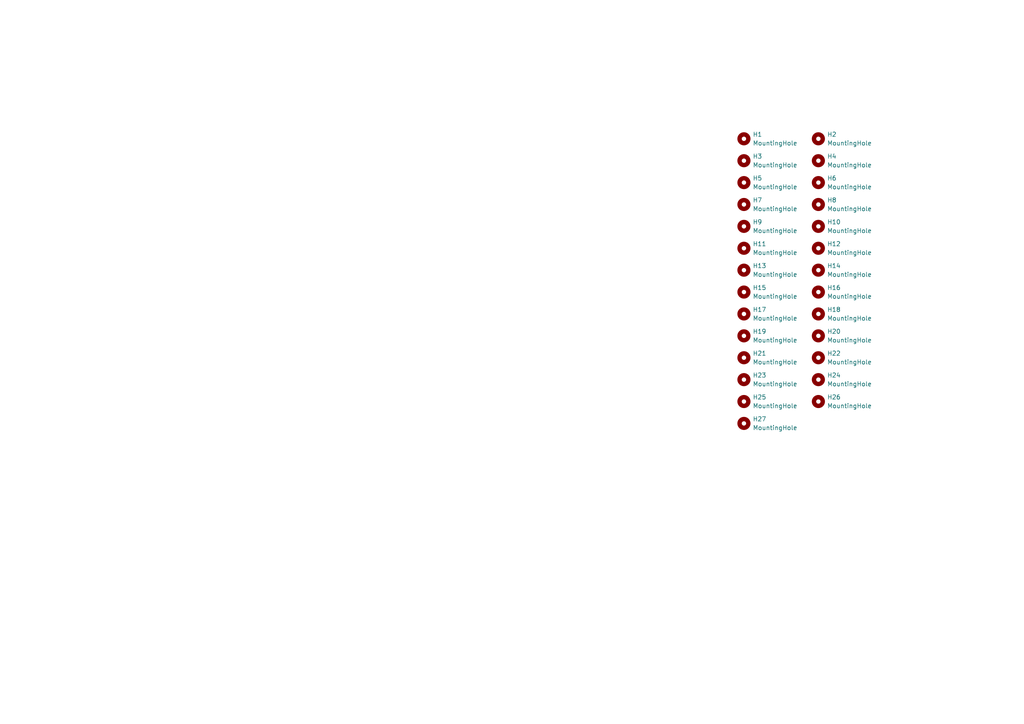
<source format=kicad_sch>
(kicad_sch (version 20230121) (generator eeschema)
  (paper "A4")
  (title_block (title "capybully") (date "2023-07-18") (rev "0.1") (company "sporkus"))
  (lib_symbols
    (symbol "Mechanical:MountingHole" (pin_names (offset 1.016))
      (property "Reference" "H" (at 0 5.08 0))
      (property "Value" "MountingHole" (at 0 3.175 0))
      (symbol "MountingHole_0_1"
        (circle (center 0 0) (radius 1.27) (stroke (width 1.27)))
      )
    )
  )
  (symbol (lib_id "Mechanical:MountingHole") (at 215.773 72.009 0) (unit 1)
    (property "Reference" "H11" (at 218.313 70.739 0) (effects (justify left)))
    (property "Value" "MountingHole" (at 218.313 73.279 0) (effects (justify left)))
    (property "Footprint" "MountingHole:MountingHole_3.2mm_M3_DIN965" (effects hide))
  )
  (symbol (lib_id "Mechanical:MountingHole") (at 237.363 72.009 0) (unit 1)
    (property "Reference" "H12" (at 239.903 70.739 0) (effects (justify left)))
    (property "Value" "MountingHole" (at 239.903 73.279 0) (effects (justify left)))
    (property "Footprint" "MountingHole:MountingHole_3.2mm_M3_DIN965" (effects hide))
  )
  (symbol (lib_id "Mechanical:MountingHole") (at 215.773 103.759 0) (unit 1)
    (property "Reference" "H21" (at 218.313 102.489 0) (effects (justify left)))
    (property "Value" "MountingHole" (at 218.313 105.029 0) (effects (justify left)))
    (property "Footprint" "MountingHole:MountingHole_3.2mm_M3_DIN965" (effects hide))
  )
  (symbol (lib_id "Mechanical:MountingHole") (at 237.363 78.359 0) (unit 1)
    (property "Reference" "H14" (at 239.903 77.089 0) (effects (justify left)))
    (property "Value" "MountingHole" (at 239.903 79.629 0) (effects (justify left)))
    (property "Footprint" "MountingHole:MountingHole_3.2mm_M3_DIN965" (effects hide))
  )
  (symbol (lib_id "Mechanical:MountingHole") (at 215.773 97.409 0) (unit 1)
    (property "Reference" "H19" (at 218.313 96.139 0) (effects (justify left)))
    (property "Value" "MountingHole" (at 218.313 98.679 0) (effects (justify left)))
    (property "Footprint" "MountingHole:MountingHole_3.2mm_M3_DIN965" (effects hide))
  )
  (symbol (lib_id "Mechanical:MountingHole") (at 215.773 46.609 0) (unit 1)
    (property "Reference" "H3" (at 218.313 45.339 0) (effects (justify left)))
    (property "Value" "MountingHole" (at 218.313 47.879 0) (effects (justify left)))
    (property "Footprint" "MountingHole:MountingHole_3.2mm_M3_DIN965" (effects hide))
  )
  (symbol (lib_id "Mechanical:MountingHole") (at 215.773 91.059 0) (unit 1)
    (property "Reference" "H17" (at 218.313 89.789 0) (effects (justify left)))
    (property "Value" "MountingHole" (at 218.313 92.329 0) (effects (justify left)))
    (property "Footprint" "MountingHole:MountingHole_3.2mm_M3_DIN965" (effects hide))
  )
  (symbol (lib_id "Mechanical:MountingHole") (at 237.363 46.609 0) (unit 1)
    (property "Reference" "H4" (at 239.903 45.339 0) (effects (justify left)))
    (property "Value" "MountingHole" (at 239.903 47.879 0) (effects (justify left)))
    (property "Footprint" "MountingHole:MountingHole_3.2mm_M3_DIN965" (effects hide))
  )
  (symbol (lib_id "Mechanical:MountingHole") (at 237.363 91.059 0) (unit 1)
    (property "Reference" "H18" (at 239.903 89.789 0) (effects (justify left)))
    (property "Value" "MountingHole" (at 239.903 92.329 0) (effects (justify left)))
    (property "Footprint" "MountingHole:MountingHole_3.2mm_M3_DIN965" (effects hide))
  )
  (symbol (lib_id "Mechanical:MountingHole") (at 215.773 78.359 0) (unit 1)
    (property "Reference" "H13" (at 218.313 77.089 0) (effects (justify left)))
    (property "Value" "MountingHole" (at 218.313 79.629 0) (effects (justify left)))
    (property "Footprint" "MountingHole:MountingHole_3.2mm_M3_DIN965" (effects hide))
  )
  (symbol (lib_id "Mechanical:MountingHole") (at 237.363 97.409 0) (unit 1)
    (property "Reference" "H20" (at 239.903 96.139 0) (effects (justify left)))
    (property "Value" "MountingHole" (at 239.903 98.679 0) (effects (justify left)))
    (property "Footprint" "MountingHole:MountingHole_3.2mm_M3_DIN965" (effects hide))
  )
  (symbol (lib_id "Mechanical:MountingHole") (at 237.363 52.959 0) (unit 1)
    (property "Reference" "H6" (at 239.903 51.689 0) (effects (justify left)))
    (property "Value" "MountingHole" (at 239.903 54.229 0) (effects (justify left)))
    (property "Footprint" "MountingHole:MountingHole_3.2mm_M3_DIN965" (effects hide))
  )
  (symbol (lib_id "Mechanical:MountingHole") (at 215.773 122.809 0) (unit 1)
    (property "Reference" "H27" (at 218.313 121.539 0) (effects (justify left)))
    (property "Value" "MountingHole" (at 218.313 124.079 0) (effects (justify left)))
    (property "Footprint" "MountingHole:MountingHole_3.2mm_M3_DIN965" (effects hide))
  )
  (symbol (lib_id "Mechanical:MountingHole") (at 215.773 59.309 0) (unit 1)
    (property "Reference" "H7" (at 218.313 58.039 0) (effects (justify left)))
    (property "Value" "MountingHole" (at 218.313 60.579 0) (effects (justify left)))
    (property "Footprint" "MountingHole:MountingHole_3.2mm_M3_DIN965" (effects hide))
  )
  (symbol (lib_id "Mechanical:MountingHole") (at 237.363 65.659 0) (unit 1)
    (property "Reference" "H10" (at 239.903 64.389 0) (effects (justify left)))
    (property "Value" "MountingHole" (at 239.903 66.929 0) (effects (justify left)))
    (property "Footprint" "MountingHole:MountingHole_3.2mm_M3_DIN965" (effects hide))
  )
  (symbol (lib_id "Mechanical:MountingHole") (at 237.363 110.109 0) (unit 1)
    (property "Reference" "H24" (at 239.903 108.839 0) (effects (justify left)))
    (property "Value" "MountingHole" (at 239.903 111.379 0) (effects (justify left)))
    (property "Footprint" "MountingHole:MountingHole_3.2mm_M3_DIN965" (effects hide))
  )
  (symbol (lib_id "Mechanical:MountingHole") (at 215.773 110.109 0) (unit 1)
    (property "Reference" "H23" (at 218.313 108.839 0) (effects (justify left)))
    (property "Value" "MountingHole" (at 218.313 111.379 0) (effects (justify left)))
    (property "Footprint" "MountingHole:MountingHole_3.2mm_M3_DIN965" (effects hide))
  )
  (symbol (lib_id "Mechanical:MountingHole") (at 215.773 84.709 0) (unit 1)
    (property "Reference" "H15" (at 218.313 83.439 0) (effects (justify left)))
    (property "Value" "MountingHole" (at 218.313 85.979 0) (effects (justify left)))
    (property "Footprint" "MountingHole:MountingHole_3.2mm_M3_DIN965" (effects hide))
  )
  (symbol (lib_id "Mechanical:MountingHole") (at 237.363 116.459 0) (unit 1)
    (property "Reference" "H26" (at 239.903 115.189 0) (effects (justify left)))
    (property "Value" "MountingHole" (at 239.903 117.729 0) (effects (justify left)))
    (property "Footprint" "MountingHole:MountingHole_3.2mm_M3_DIN965" (effects hide))
  )
  (symbol (lib_id "Mechanical:MountingHole") (at 215.773 52.959 0) (unit 1)
    (property "Reference" "H5" (at 218.313 51.689 0) (effects (justify left)))
    (property "Value" "MountingHole" (at 218.313 54.229 0) (effects (justify left)))
    (property "Footprint" "MountingHole:MountingHole_3.2mm_M3_DIN965" (effects hide))
  )
  (symbol (lib_id "Mechanical:MountingHole") (at 215.773 65.659 0) (unit 1)
    (property "Reference" "H9" (at 218.313 64.389 0) (effects (justify left)))
    (property "Value" "MountingHole" (at 218.313 66.929 0) (effects (justify left)))
    (property "Footprint" "MountingHole:MountingHole_3.2mm_M3_DIN965" (effects hide))
  )
  (symbol (lib_id "Mechanical:MountingHole") (at 237.363 40.259 0) (unit 1)
    (property "Reference" "H2" (at 239.903 38.989 0) (effects (justify left)))
    (property "Value" "MountingHole" (at 239.903 41.529 0) (effects (justify left)))
    (property "Footprint" "MountingHole:MountingHole_3.2mm_M3_DIN965" (effects hide))
  )
  (symbol (lib_id "Mechanical:MountingHole") (at 215.773 116.459 0) (unit 1)
    (property "Reference" "H25" (at 218.313 115.189 0) (effects (justify left)))
    (property "Value" "MountingHole" (at 218.313 117.729 0) (effects (justify left)))
    (property "Footprint" "MountingHole:MountingHole_3.2mm_M3_DIN965" (effects hide))
  )
  (symbol (lib_id "Mechanical:MountingHole") (at 237.363 103.759 0) (unit 1)
    (property "Reference" "H22" (at 239.903 102.489 0) (effects (justify left)))
    (property "Value" "MountingHole" (at 239.903 105.029 0) (effects (justify left)))
    (property "Footprint" "MountingHole:MountingHole_3.2mm_M3_DIN965" (effects hide))
  )
  (symbol (lib_id "Mechanical:MountingHole") (at 215.773 40.259 0) (unit 1)
    (property "Reference" "H1" (at 218.313 38.989 0) (effects (justify left)))
    (property "Value" "MountingHole" (at 218.313 41.529 0) (effects (justify left)))
    (property "Footprint" "MountingHole:MountingHole_3.2mm_M3_DIN965" (effects hide))
  )
  (symbol (lib_id "Mechanical:MountingHole") (at 237.363 59.309 0) (unit 1)
    (property "Reference" "H8" (at 239.903 58.039 0) (effects (justify left)))
    (property "Value" "MountingHole" (at 239.903 60.579 0) (effects (justify left)))
    (property "Footprint" "MountingHole:MountingHole_3.2mm_M3_DIN965" (effects hide))
  )
  (symbol (lib_id "Mechanical:MountingHole") (at 237.363 84.709 0) (unit 1)
    (property "Reference" "H16" (at 239.903 83.439 0) (effects (justify left)))
    (property "Value" "MountingHole" (at 239.903 85.979 0) (effects (justify left)))
    (property "Footprint" "MountingHole:MountingHole_3.2mm_M3_DIN965" (effects hide))
  )
)
</source>
